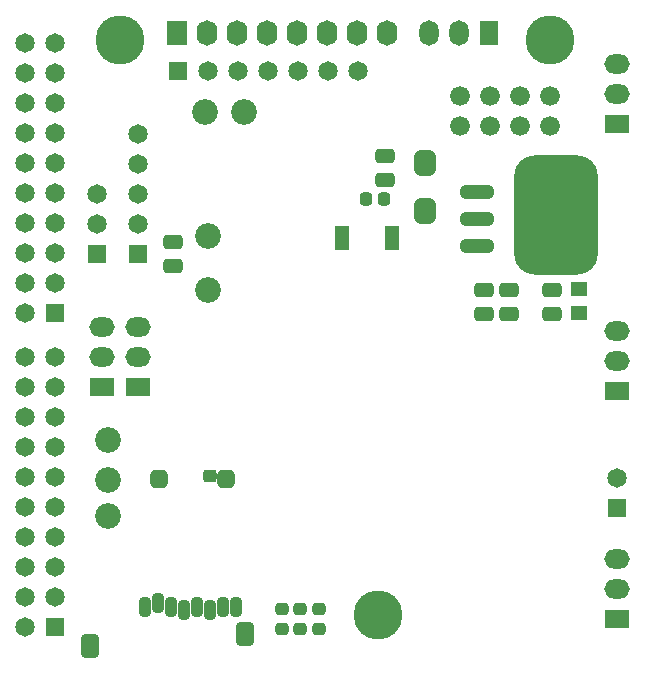
<source format=gbs>
G04*
G04 #@! TF.GenerationSoftware,Altium Limited,Altium Designer,20.2.5 (213)*
G04*
G04 Layer_Color=16711935*
%FSLAX25Y25*%
%MOIN*%
G70*
G04*
G04 #@! TF.SameCoordinates,36CD812C-5D22-435A-9ACA-62E3915E2B62*
G04*
G04*
G04 #@! TF.FilePolarity,Negative*
G04*
G01*
G75*
G04:AMPARAMS|DCode=32|XSize=45.28mil|YSize=41.34mil|CornerRadius=11.81mil|HoleSize=0mil|Usage=FLASHONLY|Rotation=90.000|XOffset=0mil|YOffset=0mil|HoleType=Round|Shape=RoundedRectangle|*
%AMROUNDEDRECTD32*
21,1,0.04528,0.01772,0,0,90.0*
21,1,0.02165,0.04134,0,0,90.0*
1,1,0.02362,0.00886,0.01083*
1,1,0.02362,0.00886,-0.01083*
1,1,0.02362,-0.00886,-0.01083*
1,1,0.02362,-0.00886,0.01083*
%
%ADD32ROUNDEDRECTD32*%
G04:AMPARAMS|DCode=38|XSize=45.28mil|YSize=41.34mil|CornerRadius=11.81mil|HoleSize=0mil|Usage=FLASHONLY|Rotation=180.000|XOffset=0mil|YOffset=0mil|HoleType=Round|Shape=RoundedRectangle|*
%AMROUNDEDRECTD38*
21,1,0.04528,0.01772,0,0,180.0*
21,1,0.02165,0.04134,0,0,180.0*
1,1,0.02362,-0.01083,0.00886*
1,1,0.02362,0.01083,0.00886*
1,1,0.02362,0.01083,-0.00886*
1,1,0.02362,-0.01083,-0.00886*
%
%ADD38ROUNDEDRECTD38*%
G04:AMPARAMS|DCode=40|XSize=65.75mil|YSize=49.21mil|CornerRadius=13.78mil|HoleSize=0mil|Usage=FLASHONLY|Rotation=180.000|XOffset=0mil|YOffset=0mil|HoleType=Round|Shape=RoundedRectangle|*
%AMROUNDEDRECTD40*
21,1,0.06575,0.02165,0,0,180.0*
21,1,0.03819,0.04921,0,0,180.0*
1,1,0.02756,-0.01909,0.01083*
1,1,0.02756,0.01909,0.01083*
1,1,0.02756,0.01909,-0.01083*
1,1,0.02756,-0.01909,-0.01083*
%
%ADD40ROUNDEDRECTD40*%
%ADD42R,0.05709X0.04921*%
G04:AMPARAMS|DCode=45|XSize=397.7mil|YSize=279.59mil|CornerRadius=70.9mil|HoleSize=0mil|Usage=FLASHONLY|Rotation=270.000|XOffset=0mil|YOffset=0mil|HoleType=Round|Shape=RoundedRectangle|*
%AMROUNDEDRECTD45*
21,1,0.39770,0.13780,0,0,270.0*
21,1,0.25591,0.27959,0,0,270.0*
1,1,0.14179,-0.06890,-0.12795*
1,1,0.14179,-0.06890,0.12795*
1,1,0.14179,0.06890,0.12795*
1,1,0.14179,0.06890,-0.12795*
%
%ADD45ROUNDEDRECTD45*%
%ADD49C,0.06496*%
%ADD50R,0.06496X0.06496*%
%ADD51C,0.06591*%
%ADD52R,0.06890X0.08465*%
%ADD53O,0.06890X0.08465*%
%ADD54C,0.08591*%
%ADD55R,0.08465X0.06496*%
%ADD56O,0.08465X0.06496*%
%ADD57R,0.06496X0.08465*%
%ADD58O,0.06496X0.08465*%
%ADD59C,0.16339*%
%ADD60R,0.06496X0.06496*%
%ADD61C,0.03740*%
G04:AMPARAMS|DCode=89|XSize=80.71mil|YSize=61.02mil|CornerRadius=16.73mil|HoleSize=0mil|Usage=FLASHONLY|Rotation=90.000|XOffset=0mil|YOffset=0mil|HoleType=Round|Shape=RoundedRectangle|*
%AMROUNDEDRECTD89*
21,1,0.08071,0.02756,0,0,90.0*
21,1,0.04724,0.06102,0,0,90.0*
1,1,0.03347,0.01378,0.02362*
1,1,0.03347,0.01378,-0.02362*
1,1,0.03347,-0.01378,-0.02362*
1,1,0.03347,-0.01378,0.02362*
%
%ADD89ROUNDEDRECTD89*%
G04:AMPARAMS|DCode=90|XSize=61.02mil|YSize=57.09mil|CornerRadius=15.75mil|HoleSize=0mil|Usage=FLASHONLY|Rotation=90.000|XOffset=0mil|YOffset=0mil|HoleType=Round|Shape=RoundedRectangle|*
%AMROUNDEDRECTD90*
21,1,0.06102,0.02559,0,0,90.0*
21,1,0.02953,0.05709,0,0,90.0*
1,1,0.03150,0.01280,0.01476*
1,1,0.03150,0.01280,-0.01476*
1,1,0.03150,-0.01280,-0.01476*
1,1,0.03150,-0.01280,0.01476*
%
%ADD90ROUNDEDRECTD90*%
G04:AMPARAMS|DCode=91|XSize=45.28mil|YSize=43.31mil|CornerRadius=12.3mil|HoleSize=0mil|Usage=FLASHONLY|Rotation=180.000|XOffset=0mil|YOffset=0mil|HoleType=Round|Shape=RoundedRectangle|*
%AMROUNDEDRECTD91*
21,1,0.04528,0.01870,0,0,180.0*
21,1,0.02067,0.04331,0,0,180.0*
1,1,0.02461,-0.01034,0.00935*
1,1,0.02461,0.01034,0.00935*
1,1,0.02461,0.01034,-0.00935*
1,1,0.02461,-0.01034,-0.00935*
%
%ADD91ROUNDEDRECTD91*%
G04:AMPARAMS|DCode=92|XSize=64.96mil|YSize=37.4mil|CornerRadius=10.83mil|HoleSize=0mil|Usage=FLASHONLY|Rotation=90.000|XOffset=0mil|YOffset=0mil|HoleType=Round|Shape=RoundedRectangle|*
%AMROUNDEDRECTD92*
21,1,0.06496,0.01575,0,0,90.0*
21,1,0.04331,0.03740,0,0,90.0*
1,1,0.02165,0.00787,0.02165*
1,1,0.02165,0.00787,-0.02165*
1,1,0.02165,-0.00787,-0.02165*
1,1,0.02165,-0.00787,0.02165*
%
%ADD92ROUNDEDRECTD92*%
G04:AMPARAMS|DCode=93|XSize=84.65mil|YSize=72.84mil|CornerRadius=19.68mil|HoleSize=0mil|Usage=FLASHONLY|Rotation=270.000|XOffset=0mil|YOffset=0mil|HoleType=Round|Shape=RoundedRectangle|*
%AMROUNDEDRECTD93*
21,1,0.08465,0.03347,0,0,270.0*
21,1,0.04528,0.07284,0,0,270.0*
1,1,0.03937,-0.01673,-0.02264*
1,1,0.03937,-0.01673,0.02264*
1,1,0.03937,0.01673,0.02264*
1,1,0.03937,0.01673,-0.02264*
%
%ADD93ROUNDEDRECTD93*%
%ADD94R,0.04921X0.08268*%
G04:AMPARAMS|DCode=95|XSize=43.37mil|YSize=110.3mil|CornerRadius=11.84mil|HoleSize=0mil|Usage=FLASHONLY|Rotation=270.000|XOffset=0mil|YOffset=0mil|HoleType=Round|Shape=RoundedRectangle|*
%AMROUNDEDRECTD95*
21,1,0.04337,0.08661,0,0,270.0*
21,1,0.01968,0.11030,0,0,270.0*
1,1,0.02368,-0.04331,-0.00984*
1,1,0.02368,-0.04331,0.00984*
1,1,0.02368,0.04331,0.00984*
1,1,0.02368,0.04331,-0.00984*
%
%ADD95ROUNDEDRECTD95*%
D32*
X125394Y153839D02*
D03*
X131693D02*
D03*
D38*
X109843Y17323D02*
D03*
Y10630D02*
D03*
X103543Y17323D02*
D03*
Y10630D02*
D03*
X97441Y17323D02*
D03*
Y10630D02*
D03*
D40*
X187593Y123622D02*
D03*
Y115748D02*
D03*
X61319Y139469D02*
D03*
Y131595D02*
D03*
X173105Y115748D02*
D03*
Y123622D02*
D03*
X164758Y115748D02*
D03*
Y123622D02*
D03*
X131732Y168307D02*
D03*
Y160433D02*
D03*
D42*
X196648Y124084D02*
D03*
Y115817D02*
D03*
D45*
X188779Y148524D02*
D03*
D49*
X11909Y205847D02*
D03*
X21910D02*
D03*
X11909Y195846D02*
D03*
X21910D02*
D03*
X11909Y185846D02*
D03*
X21910D02*
D03*
X11909Y175847D02*
D03*
X21910D02*
D03*
X11909Y165847D02*
D03*
X21910D02*
D03*
X11909Y155847D02*
D03*
X21910D02*
D03*
X11909Y145846D02*
D03*
X21910D02*
D03*
X11909Y135846D02*
D03*
X21910D02*
D03*
X11909Y125847D02*
D03*
X21910D02*
D03*
X11909Y115847D02*
D03*
X49528Y145768D02*
D03*
Y155768D02*
D03*
Y165768D02*
D03*
Y175768D02*
D03*
X209124Y60866D02*
D03*
X35787Y145709D02*
D03*
Y155709D02*
D03*
X122716Y196752D02*
D03*
X112716D02*
D03*
X102717D02*
D03*
X92716D02*
D03*
X72716D02*
D03*
X82717D02*
D03*
X11909Y11457D02*
D03*
X21910Y21457D02*
D03*
X11909D02*
D03*
X21910Y31457D02*
D03*
X11909D02*
D03*
X21910Y41457D02*
D03*
X11909D02*
D03*
X21910Y51457D02*
D03*
X11909D02*
D03*
X21910Y61457D02*
D03*
X11909D02*
D03*
X21910Y71457D02*
D03*
X11909D02*
D03*
X21910Y81457D02*
D03*
X11909D02*
D03*
X21910Y91457D02*
D03*
X11909D02*
D03*
X21910Y101457D02*
D03*
X11909D02*
D03*
D50*
X21910Y115847D02*
D03*
X49528Y135768D02*
D03*
X209124Y50866D02*
D03*
X35787Y135709D02*
D03*
X21910Y11457D02*
D03*
D51*
X156787Y178325D02*
D03*
Y188324D02*
D03*
X166787Y178325D02*
D03*
Y188324D02*
D03*
X176787Y178325D02*
D03*
Y188324D02*
D03*
X186787Y178325D02*
D03*
Y188324D02*
D03*
D52*
X62480Y209350D02*
D03*
D53*
X72480D02*
D03*
X82480D02*
D03*
X92480D02*
D03*
X102480D02*
D03*
X112480D02*
D03*
X122480D02*
D03*
X132480D02*
D03*
D54*
X72807Y141732D02*
D03*
Y123583D02*
D03*
X39488Y48356D02*
D03*
Y73484D02*
D03*
Y60226D02*
D03*
X84804Y182937D02*
D03*
X71969Y182913D02*
D03*
D55*
X209124Y13907D02*
D03*
X37500Y91280D02*
D03*
X209124Y178976D02*
D03*
X49606Y91280D02*
D03*
X209124Y89872D02*
D03*
D56*
Y23908D02*
D03*
Y33907D02*
D03*
X37500Y101279D02*
D03*
Y111279D02*
D03*
X209124Y188976D02*
D03*
Y198976D02*
D03*
X49606Y101279D02*
D03*
Y111279D02*
D03*
X209124Y99872D02*
D03*
Y109872D02*
D03*
D57*
X166663Y209311D02*
D03*
D58*
X156663D02*
D03*
X146663D02*
D03*
D59*
X186713Y206988D02*
D03*
X129478Y15325D02*
D03*
X43504Y206988D02*
D03*
D60*
X62717Y196752D02*
D03*
D61*
X197106Y164886D02*
D03*
X187657D02*
D03*
X197106Y160161D02*
D03*
X192382Y162524D02*
D03*
X187657Y160161D02*
D03*
X182933Y162524D02*
D03*
X178209Y160161D02*
D03*
X197106Y155437D02*
D03*
X192382Y157799D02*
D03*
X187657Y155437D02*
D03*
X182933Y157799D02*
D03*
X178209Y155437D02*
D03*
X197106Y150713D02*
D03*
X192382Y153075D02*
D03*
X187657Y150713D02*
D03*
X182933Y153075D02*
D03*
X178209Y150713D02*
D03*
X197106Y145988D02*
D03*
X192382Y148350D02*
D03*
X187657Y145988D02*
D03*
X182933Y148350D02*
D03*
X178209Y145988D02*
D03*
X197106Y141264D02*
D03*
X192382Y143626D02*
D03*
X187657Y141264D02*
D03*
X182933Y143626D02*
D03*
X178209Y141264D02*
D03*
X197106Y136539D02*
D03*
X192382Y138902D02*
D03*
X187657Y136539D02*
D03*
X182933Y138902D02*
D03*
X178209Y136539D02*
D03*
X197106Y131815D02*
D03*
X192382Y134177D02*
D03*
X187657Y131815D02*
D03*
X182933Y134177D02*
D03*
D89*
X33465Y4921D02*
D03*
X85236Y8858D02*
D03*
D90*
X56496Y60630D02*
D03*
X78937D02*
D03*
D91*
X73465Y61516D02*
D03*
D92*
X82126Y17874D02*
D03*
X77795D02*
D03*
X73465Y17087D02*
D03*
X69134Y17874D02*
D03*
X64803Y17087D02*
D03*
X60473Y17874D02*
D03*
X56142Y19449D02*
D03*
X51811Y17874D02*
D03*
D93*
X145374Y150098D02*
D03*
Y165847D02*
D03*
D94*
X134350Y141043D02*
D03*
X117421D02*
D03*
D95*
X162665Y138268D02*
D03*
Y147324D02*
D03*
Y156379D02*
D03*
M02*

</source>
